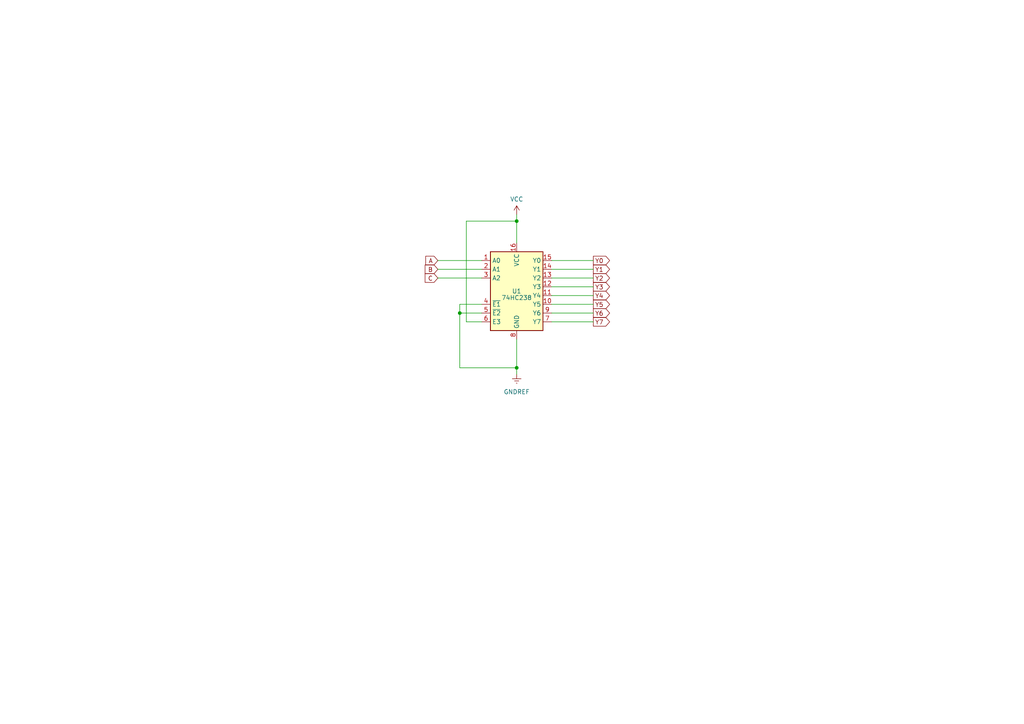
<source format=kicad_sch>
(kicad_sch (version 20230121) (generator eeschema)
  (paper "A4")
  (lib_symbols
    (symbol "74xx:74HC238"
      (property "Reference" "U" (at -7.62 13.97 0))
      (property "Value" "74HC238" (at 2.54 -11.43 0))
      (symbol "74HC238_0_1"
        (rectangle (start -7.62 12.7) (end 7.62 -10.16) (stroke (width 0.254)) (fill (type background)))
      )
      (symbol "74HC238_1_1"
        (pin input line (at -10.16 10.16 0) (length 2.54) (name "A0") (number "1"))
        (pin output line (at 10.16 -2.54 180) (length 2.54) (name "Y5") (number "10"))
        (pin output line (at 10.16 0 180) (length 2.54) (name "Y4") (number "11"))
        (pin output line (at 10.16 2.54 180) (length 2.54) (name "Y3") (number "12"))
        (pin output line (at 10.16 5.08 180) (length 2.54) (name "Y2") (number "13"))
        (pin output line (at 10.16 7.62 180) (length 2.54) (name "Y1") (number "14"))
        (pin output line (at 10.16 10.16 180) (length 2.54) (name "Y0") (number "15"))
        (pin power_in line (at 0 15.24 270) (length 2.54) (name "VCC") (number "16"))
        (pin input line (at -10.16 7.62 0) (length 2.54) (name "A1") (number "2"))
        (pin input line (at -10.16 5.08 0) (length 2.54) (name "A2") (number "3"))
        (pin input line (at -10.16 -2.54 0) (length 2.54) (name "~{E1}") (number "4"))
        (pin input line (at -10.16 -5.08 0) (length 2.54) (name "~{E2}") (number "5"))
        (pin input line (at -10.16 -7.62 0) (length 2.54) (name "E3") (number "6"))
        (pin output line (at 10.16 -7.62 180) (length 2.54) (name "Y7") (number "7"))
        (pin power_in line (at 0 -12.7 90) (length 2.54) (name "GND") (number "8"))
        (pin output line (at 10.16 -5.08 180) (length 2.54) (name "Y6") (number "9"))
      )
    )
    (symbol "power:GNDREF" (power) (pin_names (offset 0))
      (property "Value" "GNDREF" (at 0 -3.81 0))
      (symbol "GNDREF_0_1"
        (polyline (pts (xy -0.635 -1.905) (xy 0.635 -1.905)))
        (polyline (pts (xy -0.127 -2.54) (xy 0.127 -2.54)))
        (polyline (pts (xy 0 -1.27) (xy 0 0)))
        (polyline (pts (xy 1.27 -1.27) (xy -1.27 -1.27)))
      )
      (symbol "GNDREF_1_1"
        (pin power_in line (at 0 0 270) (length 0) hide (name "GNDREF") (number "1"))
      )
    )
    (symbol "power:VCC" (power) (pin_names (offset 0))
      (property "Value" "VCC" (at 0 3.81 0))
      (symbol "VCC_0_1"
        (polyline (pts (xy -0.762 1.27) (xy 0 2.54)))
        (polyline (pts (xy 0 0) (xy 0 2.54)))
        (polyline (pts (xy 0 2.54) (xy 0.762 1.27)))
      )
      (symbol "VCC_1_1"
        (pin power_in line (at 0 0 90) (length 0) hide (name "VCC") (number "1"))
      )
    )
  )
  (junction (at 149.86 106.68))
  (junction (at 149.86 64.135))
  (junction (at 133.35 90.805))
  (wire (pts (xy 135.255 93.345) (xy 135.255 64.135)))
  (wire (pts (xy 133.35 90.805) (xy 133.35 106.68)))
  (wire (pts (xy 172.085 75.565) (xy 160.02 75.565)))
  (wire (pts (xy 149.86 106.68) (xy 149.86 98.425)))
  (wire (pts (xy 135.255 64.135) (xy 149.86 64.135)))
  (wire (pts (xy 172.085 93.345) (xy 160.02 93.345)))
  (wire (pts (xy 127 80.645) (xy 139.7 80.645)))
  (wire (pts (xy 139.7 90.805) (xy 133.35 90.805)))
  (wire (pts (xy 133.35 106.68) (xy 149.86 106.68)))
  (wire (pts (xy 172.085 78.105) (xy 160.02 78.105)))
  (wire (pts (xy 139.7 93.345) (xy 135.255 93.345)))
  (wire (pts (xy 149.86 64.135) (xy 149.86 70.485)))
  (wire (pts (xy 127 75.565) (xy 139.7 75.565)))
  (wire (pts (xy 172.085 88.265) (xy 160.02 88.265)))
  (wire (pts (xy 139.7 88.265) (xy 133.35 88.265)))
  (wire (pts (xy 172.085 90.805) (xy 160.02 90.805)))
  (wire (pts (xy 172.085 85.725) (xy 160.02 85.725)))
  (wire (pts (xy 172.085 80.645) (xy 160.02 80.645)))
  (wire (pts (xy 149.86 108.585) (xy 149.86 106.68)))
  (wire (pts (xy 127 78.105) (xy 139.7 78.105)))
  (wire (pts (xy 149.86 62.23) (xy 149.86 64.135)))
  (wire (pts (xy 172.085 83.185) (xy 160.02 83.185)))
  (wire (pts (xy 133.35 88.265) (xy 133.35 90.805)))
  (global_label "Y7" (shape output) (at 172.085 93.345 0) (property "Intersheetrefs" "${INTERSHEET_REFS}" (effects hide)))
  (global_label "Y3" (shape output) (at 172.085 83.185 0) (property "Intersheetrefs" "${INTERSHEET_REFS}" (effects hide)))
  (global_label "Y5" (shape output) (at 172.085 88.265 0) (property "Intersheetrefs" "${INTERSHEET_REFS}" (effects hide)))
  (global_label "Y1" (shape output) (at 172.085 78.105 0) (property "Intersheetrefs" "${INTERSHEET_REFS}" (effects hide)))
  (global_label "Y0" (shape output) (at 172.085 75.565 0) (property "Intersheetrefs" "${INTERSHEET_REFS}" (effects hide)))
  (global_label "Y2" (shape output) (at 172.085 80.645 0) (property "Intersheetrefs" "${INTERSHEET_REFS}" (effects hide)))
  (global_label "A" (shape input) (at 127 75.565 180) (property "Intersheetrefs" "${INTERSHEET_REFS}" (effects hide)))
  (global_label "C" (shape input) (at 127 80.645 180) (property "Intersheetrefs" "${INTERSHEET_REFS}" (effects hide)))
  (global_label "Y4" (shape output) (at 172.085 85.725 0) (property "Intersheetrefs" "${INTERSHEET_REFS}" (effects hide)))
  (global_label "Y6" (shape output) (at 172.085 90.805 0) (property "Intersheetrefs" "${INTERSHEET_REFS}" (effects hide)))
  (global_label "B" (shape input) (at 127 78.105 180) (property "Intersheetrefs" "${INTERSHEET_REFS}" (effects hide)))
  (symbol (lib_id "power:GNDREF") (at 149.86 108.585 0) (unit 1)
    (property "Reference" "#PWR02" (effects hide))
    (property "Value" "GNDREF" (at 149.86 113.665 0))
  )
  (symbol (lib_id "power:VCC") (at 149.86 62.23 0) (unit 1)
    (property "Reference" "#PWR01" (effects hide))
    (property "Value" "VCC" (at 149.86 57.785 0))
  )
  (symbol (lib_id "74xx:74HC238") (at 149.86 85.725 0) (unit 1)
    (property "Reference" "U1" (at 149.86 84.455 0))
    (property "Value" "74HC238" (at 149.86 86.36 0))
    (property "Datasheet" "https://www.ti.com/lit/ds/symlink/cd74hc238.pdf" (effects hide))
  )
)
</source>
